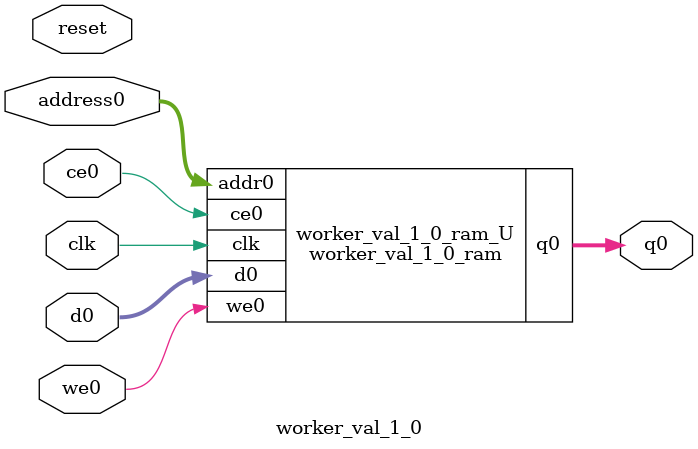
<source format=v>

`timescale 1 ns / 1 ps
module worker_val_1_0_ram (addr0, ce0, d0, we0, q0,  clk);

parameter DWIDTH = 32;
parameter AWIDTH = 12;
parameter MEM_SIZE = 2500;

input[AWIDTH-1:0] addr0;
input ce0;
input[DWIDTH-1:0] d0;
input we0;
output reg[DWIDTH-1:0] q0;
input clk;

(* ram_style = "block" *)reg [DWIDTH-1:0] ram[MEM_SIZE-1:0];




always @(posedge clk)  
begin 
    if (ce0) 
    begin
        if (we0) 
        begin 
            ram[addr0] <= d0; 
            q0 <= d0;
        end 
        else 
            q0 <= ram[addr0];
    end
end


endmodule


`timescale 1 ns / 1 ps
module worker_val_1_0(
    reset,
    clk,
    address0,
    ce0,
    we0,
    d0,
    q0);

parameter DataWidth = 32'd32;
parameter AddressRange = 32'd2500;
parameter AddressWidth = 32'd12;
input reset;
input clk;
input[AddressWidth - 1:0] address0;
input ce0;
input we0;
input[DataWidth - 1:0] d0;
output[DataWidth - 1:0] q0;



worker_val_1_0_ram worker_val_1_0_ram_U(
    .clk( clk ),
    .addr0( address0 ),
    .ce0( ce0 ),
    .d0( d0 ),
    .we0( we0 ),
    .q0( q0 ));

endmodule


</source>
